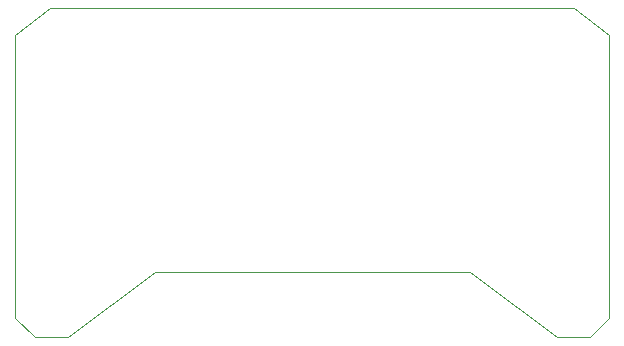
<source format=gm1>
G04 #@! TF.GenerationSoftware,KiCad,Pcbnew,(5.1.10)-1*
G04 #@! TF.CreationDate,2021-07-15T16:55:59+03:00*
G04 #@! TF.ProjectId,clock,636c6f63-6b2e-46b6-9963-61645f706362,rev?*
G04 #@! TF.SameCoordinates,Original*
G04 #@! TF.FileFunction,Profile,NP*
%FSLAX46Y46*%
G04 Gerber Fmt 4.6, Leading zero omitted, Abs format (unit mm)*
G04 Created by KiCad (PCBNEW (5.1.10)-1) date 2021-07-15 16:55:59*
%MOMM*%
%LPD*%
G01*
G04 APERTURE LIST*
G04 #@! TA.AperFunction,Profile*
%ADD10C,0.050000*%
G04 #@! TD*
G04 APERTURE END LIST*
D10*
X71501000Y-46922000D02*
X74295000Y-46922000D01*
X25654000Y-21336000D02*
X28600400Y-19050000D01*
X72999600Y-19050000D02*
X75946000Y-21336000D01*
X75946000Y-45271000D02*
X75946000Y-42545000D01*
X75946000Y-45271000D02*
X74295000Y-46922000D01*
X64135000Y-41402000D02*
X71501000Y-46922000D01*
X30099000Y-46922000D02*
X37465000Y-41402000D01*
X27305000Y-46922000D02*
X30099000Y-46922000D01*
X25654000Y-45271000D02*
X27305000Y-46922000D01*
X25654000Y-42545000D02*
X25654000Y-45271000D01*
X25654000Y-42545000D02*
X25654000Y-21336000D01*
X37465000Y-41402000D02*
X64135000Y-41402000D01*
X75946000Y-21336000D02*
X75946000Y-42545000D01*
X28600400Y-19050000D02*
X72999600Y-19050000D01*
M02*

</source>
